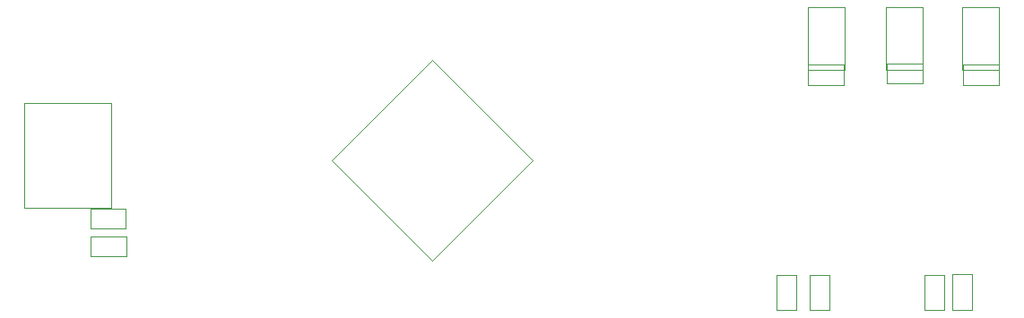
<source format=gbr>
G04 #@! TF.GenerationSoftware,KiCad,Pcbnew,(5.1.5)-2*
G04 #@! TF.CreationDate,2020-04-05T00:52:07+07:00*
G04 #@! TF.ProjectId,KIT_PIC16F1937,4b49545f-5049-4433-9136-46313933372e,rev?*
G04 #@! TF.SameCoordinates,Original*
G04 #@! TF.FileFunction,Other,User*
%FSLAX46Y46*%
G04 Gerber Fmt 4.6, Leading zero omitted, Abs format (unit mm)*
G04 Created by KiCad (PCBNEW (5.1.5)-2) date 2020-04-05 00:52:07*
%MOMM*%
%LPD*%
G04 APERTURE LIST*
%ADD10C,0.050000*%
G04 APERTURE END LIST*
D10*
X189307231Y-112522000D02*
X179832000Y-121997231D01*
X179832000Y-103046769D02*
X170356769Y-112522000D01*
X189307231Y-112522000D02*
X179832000Y-103046769D01*
X179832000Y-121997231D02*
X170356769Y-112522000D01*
X147582500Y-119650000D02*
X147582500Y-121550000D01*
X147582500Y-121550000D02*
X150942500Y-121550000D01*
X150942500Y-121550000D02*
X150942500Y-119650000D01*
X150942500Y-119650000D02*
X147582500Y-119650000D01*
X150880000Y-117050000D02*
X147520000Y-117050000D01*
X150880000Y-118950000D02*
X150880000Y-117050000D01*
X147520000Y-118950000D02*
X150880000Y-118950000D01*
X147520000Y-117050000D02*
X147520000Y-118950000D01*
X215458000Y-123288000D02*
X215458000Y-126648000D01*
X217358000Y-123288000D02*
X215458000Y-123288000D01*
X217358000Y-126648000D02*
X217358000Y-123288000D01*
X215458000Y-126648000D02*
X217358000Y-126648000D01*
X212283000Y-126648000D02*
X214183000Y-126648000D01*
X214183000Y-126648000D02*
X214183000Y-123288000D01*
X214183000Y-123288000D02*
X212283000Y-123288000D01*
X212283000Y-123288000D02*
X212283000Y-126648000D01*
X228920000Y-123239500D02*
X228920000Y-126599500D01*
X230820000Y-123239500D02*
X228920000Y-123239500D01*
X230820000Y-126599500D02*
X230820000Y-123239500D01*
X228920000Y-126599500D02*
X230820000Y-126599500D01*
X226253000Y-126648000D02*
X228153000Y-126648000D01*
X228153000Y-126648000D02*
X228153000Y-123288000D01*
X228153000Y-123288000D02*
X226253000Y-123288000D01*
X226253000Y-123288000D02*
X226253000Y-126648000D01*
X218740000Y-103950000D02*
X218740000Y-98050000D01*
X218740000Y-98050000D02*
X215260000Y-98050000D01*
X215260000Y-98050000D02*
X215260000Y-103950000D01*
X215260000Y-103950000D02*
X218740000Y-103950000D01*
X215320000Y-103450000D02*
X215320000Y-105350000D01*
X215320000Y-105350000D02*
X218680000Y-105350000D01*
X218680000Y-105350000D02*
X218680000Y-103450000D01*
X218680000Y-103450000D02*
X215320000Y-103450000D01*
X226140000Y-103950000D02*
X226140000Y-98050000D01*
X226140000Y-98050000D02*
X222660000Y-98050000D01*
X222660000Y-98050000D02*
X222660000Y-103950000D01*
X222660000Y-103950000D02*
X226140000Y-103950000D01*
X222729000Y-103317000D02*
X222729000Y-105217000D01*
X222729000Y-105217000D02*
X226089000Y-105217000D01*
X226089000Y-105217000D02*
X226089000Y-103317000D01*
X226089000Y-103317000D02*
X222729000Y-103317000D01*
X233340000Y-103950000D02*
X233340000Y-98050000D01*
X233340000Y-98050000D02*
X229860000Y-98050000D01*
X229860000Y-98050000D02*
X229860000Y-103950000D01*
X229860000Y-103950000D02*
X233340000Y-103950000D01*
X229920000Y-103450000D02*
X229920000Y-105350000D01*
X229920000Y-105350000D02*
X233280000Y-105350000D01*
X233280000Y-105350000D02*
X233280000Y-103450000D01*
X233280000Y-103450000D02*
X229920000Y-103450000D01*
X149517000Y-116954000D02*
X141327000Y-116954000D01*
X141327000Y-116954000D02*
X141327000Y-107064000D01*
X141327000Y-107064000D02*
X149517000Y-107064000D01*
X149517000Y-107064000D02*
X149517000Y-116954000D01*
M02*

</source>
